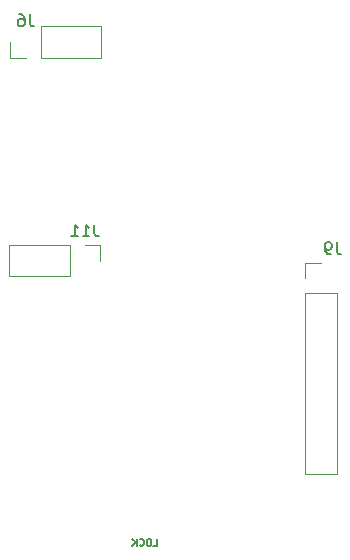
<source format=gbr>
%TF.GenerationSoftware,KiCad,Pcbnew,5.1.9+dfsg1-1~bpo10+1*%
%TF.CreationDate,2022-03-11T22:19:31+08:00*%
%TF.ProjectId,MiniVCF  v1.1 -  Control,4d696e69-5643-4462-9020-76312e31202d,rev?*%
%TF.SameCoordinates,Original*%
%TF.FileFunction,Legend,Bot*%
%TF.FilePolarity,Positive*%
%FSLAX46Y46*%
G04 Gerber Fmt 4.6, Leading zero omitted, Abs format (unit mm)*
G04 Created by KiCad (PCBNEW 5.1.9+dfsg1-1~bpo10+1) date 2022-03-11 22:19:31*
%MOMM*%
%LPD*%
G01*
G04 APERTURE LIST*
%ADD10C,0.150000*%
%ADD11C,0.120000*%
G04 APERTURE END LIST*
D10*
X85310571Y-111650428D02*
X85596285Y-111650428D01*
X85596285Y-111050428D01*
X84996285Y-111050428D02*
X84882000Y-111050428D01*
X84824857Y-111079000D01*
X84767714Y-111136142D01*
X84739142Y-111250428D01*
X84739142Y-111450428D01*
X84767714Y-111564714D01*
X84824857Y-111621857D01*
X84882000Y-111650428D01*
X84996285Y-111650428D01*
X85053428Y-111621857D01*
X85110571Y-111564714D01*
X85139142Y-111450428D01*
X85139142Y-111250428D01*
X85110571Y-111136142D01*
X85053428Y-111079000D01*
X84996285Y-111050428D01*
X84139142Y-111593285D02*
X84167714Y-111621857D01*
X84253428Y-111650428D01*
X84310571Y-111650428D01*
X84396285Y-111621857D01*
X84453428Y-111564714D01*
X84482000Y-111507571D01*
X84510571Y-111393285D01*
X84510571Y-111307571D01*
X84482000Y-111193285D01*
X84453428Y-111136142D01*
X84396285Y-111079000D01*
X84310571Y-111050428D01*
X84253428Y-111050428D01*
X84167714Y-111079000D01*
X84139142Y-111107571D01*
X83882000Y-111650428D02*
X83882000Y-111050428D01*
X83539142Y-111650428D02*
X83796285Y-111307571D01*
X83539142Y-111050428D02*
X83882000Y-111393285D01*
D11*
%TO.C,J6*%
X73170000Y-69000000D02*
X73170000Y-70330000D01*
X73170000Y-70330000D02*
X74500000Y-70330000D01*
X75770000Y-70330000D02*
X80910000Y-70330000D01*
X80910000Y-67670000D02*
X80910000Y-70330000D01*
X75770000Y-67670000D02*
X80910000Y-67670000D01*
X75770000Y-67670000D02*
X75770000Y-70330000D01*
%TO.C,J9*%
X99500000Y-87670000D02*
X98170000Y-87670000D01*
X98170000Y-87670000D02*
X98170000Y-89000000D01*
X98170000Y-90270000D02*
X98170000Y-105570000D01*
X100830000Y-105570000D02*
X98170000Y-105570000D01*
X100830000Y-90270000D02*
X100830000Y-105570000D01*
X100830000Y-90270000D02*
X98170000Y-90270000D01*
%TO.C,J11*%
X78230000Y-88830000D02*
X78230000Y-86170000D01*
X78230000Y-88830000D02*
X73090000Y-88830000D01*
X73090000Y-88830000D02*
X73090000Y-86170000D01*
X78230000Y-86170000D02*
X73090000Y-86170000D01*
X80830000Y-86170000D02*
X79500000Y-86170000D01*
X80830000Y-87500000D02*
X80830000Y-86170000D01*
%TO.C,J6*%
D10*
X74833333Y-66652380D02*
X74833333Y-67366666D01*
X74880952Y-67509523D01*
X74976190Y-67604761D01*
X75119047Y-67652380D01*
X75214285Y-67652380D01*
X73928571Y-66652380D02*
X74119047Y-66652380D01*
X74214285Y-66700000D01*
X74261904Y-66747619D01*
X74357142Y-66890476D01*
X74404761Y-67080952D01*
X74404761Y-67461904D01*
X74357142Y-67557142D01*
X74309523Y-67604761D01*
X74214285Y-67652380D01*
X74023809Y-67652380D01*
X73928571Y-67604761D01*
X73880952Y-67557142D01*
X73833333Y-67461904D01*
X73833333Y-67223809D01*
X73880952Y-67128571D01*
X73928571Y-67080952D01*
X74023809Y-67033333D01*
X74214285Y-67033333D01*
X74309523Y-67080952D01*
X74357142Y-67128571D01*
X74404761Y-67223809D01*
%TO.C,J9*%
X100833333Y-85952380D02*
X100833333Y-86666666D01*
X100880952Y-86809523D01*
X100976190Y-86904761D01*
X101119047Y-86952380D01*
X101214285Y-86952380D01*
X100309523Y-86952380D02*
X100119047Y-86952380D01*
X100023809Y-86904761D01*
X99976190Y-86857142D01*
X99880952Y-86714285D01*
X99833333Y-86523809D01*
X99833333Y-86142857D01*
X99880952Y-86047619D01*
X99928571Y-86000000D01*
X100023809Y-85952380D01*
X100214285Y-85952380D01*
X100309523Y-86000000D01*
X100357142Y-86047619D01*
X100404761Y-86142857D01*
X100404761Y-86380952D01*
X100357142Y-86476190D01*
X100309523Y-86523809D01*
X100214285Y-86571428D01*
X100023809Y-86571428D01*
X99928571Y-86523809D01*
X99880952Y-86476190D01*
X99833333Y-86380952D01*
%TO.C,J11*%
X80309523Y-84452380D02*
X80309523Y-85166666D01*
X80357142Y-85309523D01*
X80452380Y-85404761D01*
X80595238Y-85452380D01*
X80690476Y-85452380D01*
X79309523Y-85452380D02*
X79880952Y-85452380D01*
X79595238Y-85452380D02*
X79595238Y-84452380D01*
X79690476Y-84595238D01*
X79785714Y-84690476D01*
X79880952Y-84738095D01*
X78357142Y-85452380D02*
X78928571Y-85452380D01*
X78642857Y-85452380D02*
X78642857Y-84452380D01*
X78738095Y-84595238D01*
X78833333Y-84690476D01*
X78928571Y-84738095D01*
%TD*%
M02*

</source>
